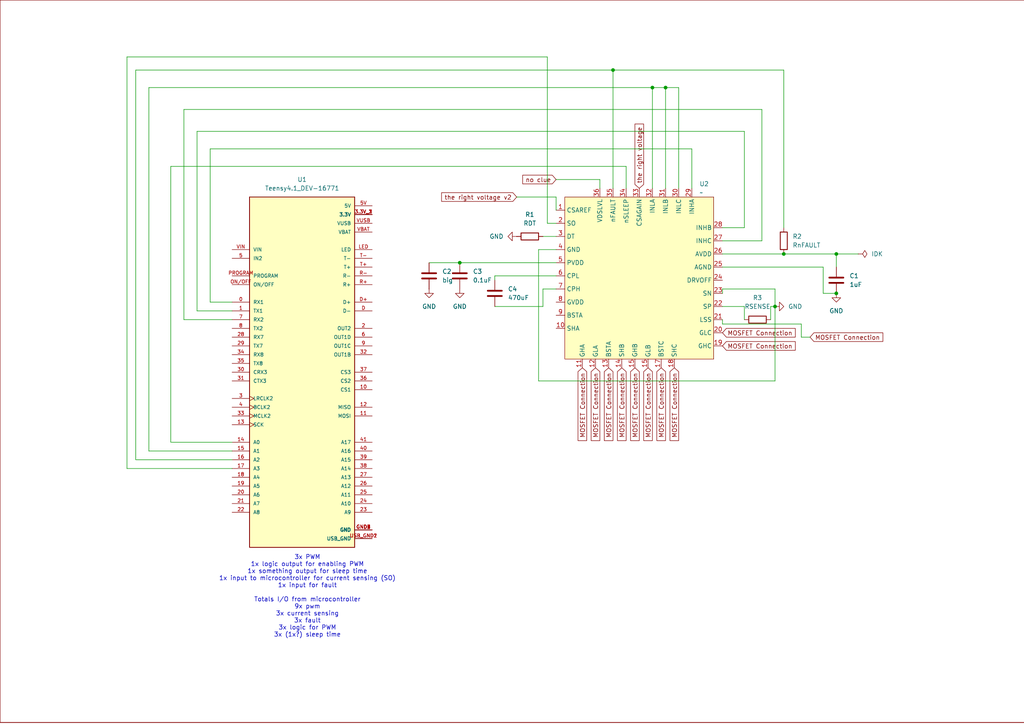
<source format=kicad_sch>
(kicad_sch (version 20231120) (generator "eeschema") (generator_version "8.0")
  (paper "A4")
  (lib_symbols
    (symbol "Device:C" (pin_numbers hide) (pin_names (offset 0.254))
      (property "Reference" "C" (at 0.635 2.54 0))
      (property "Value" "C" (at 0.635 -2.54 0))
      (symbol "C_0_1"
        (polyline (pts (xy -2.032 -0.762) (xy 2.032 -0.762)) (stroke (width 0.508)))
        (polyline (pts (xy -2.032 0.762) (xy 2.032 0.762)) (stroke (width 0.508)))
      )
      (symbol "C_1_1"
        (pin passive line (at 0 3.81 270) (length 2.794) (name "~") (number "1"))
        (pin passive line (at 0 -3.81 90) (length 2.794) (name "~") (number "2"))
      )
    )
    (symbol "Device:R" (pin_numbers hide) (pin_names (offset 0))
      (property "Reference" "R" (at 2.032 0 90))
      (property "Value" "R" (at 0 0 90))
      (symbol "R_0_1"
        (rectangle (start -1.016 -2.54) (end 1.016 2.54) (stroke (width 0.254)))
      )
      (symbol "R_1_1"
        (pin passive line (at 0 3.81 270) (length 1.27) (name "~") (number "1"))
        (pin passive line (at 0 -3.81 90) (length 1.27) (name "~") (number "2"))
      )
    )
    (symbol "MRDT_Devices:DRV8239"
      (property "Reference" "U" (at 0 -0.254 0))
      (symbol "DRV8239_0_1"
        (rectangle (start -21.59 22.86) (end 21.59 -24.13) (fill (type background)))
      )
      (symbol "DRV8239_1_1"
        (pin input line (at -24.13 19.05 0) (length 2.54) (name "CSAREF") (number "1"))
        (pin bidirectional line (at -24.13 -15.24 0) (length 2.54) (name "SHA") (number "10"))
        (pin output line (at -16.51 -26.67 90) (length 2.54) (name "GHA") (number "11"))
        (pin output line (at -12.7 -26.67 90) (length 2.54) (name "GLA") (number "12"))
        (pin output line (at -8.89 -26.67 90) (length 2.54) (name "BSTA") (number "13"))
        (pin bidirectional line (at -5.08 -26.67 90) (length 2.54) (name "SHB") (number "14"))
        (pin output line (at -1.27 -26.67 90) (length 2.54) (name "GHB") (number "15"))
        (pin output line (at 2.54 -26.67 90) (length 2.54) (name "GLB") (number "15"))
        (pin output line (at 6.35 -26.67 90) (length 2.54) (name "BSTC") (number "17"))
        (pin bidirectional line (at 10.16 -26.67 90) (length 2.54) (name "SHC") (number "18"))
        (pin output line (at 24.13 -20.32 180) (length 2.54) (name "GHC") (number "19"))
        (pin output line (at -24.13 15.24 0) (length 2.54) (name "SO") (number "2"))
        (pin output line (at 24.13 -16.51 180) (length 2.54) (name "GLC") (number "20"))
        (pin power_in line (at 24.13 -12.7 180) (length 2.54) (name "LSS") (number "21"))
        (pin input line (at 24.13 -8.89 180) (length 2.54) (name "SP") (number "22"))
        (pin input line (at 24.13 -5.08 180) (length 2.54) (name "SN") (number "23"))
        (pin input line (at 24.13 -1.27 180) (length 2.54) (name "DRVOFF") (number "24"))
        (pin power_in line (at 24.13 2.54 180) (length 2.54) (name "AGND") (number "25"))
        (pin power_out line (at 24.13 6.35 180) (length 2.54) (name "AVDD") (number "26"))
        (pin input line (at 24.13 10.16 180) (length 2.54) (name "INHC") (number "27"))
        (pin input line (at 24.13 13.97 180) (length 2.54) (name "INHB") (number "28"))
        (pin input line (at 15.24 25.4 270) (length 2.54) (name "INHA") (number "29"))
        (pin input line (at -24.13 11.43 0) (length 2.54) (name "DT") (number "3"))
        (pin input line (at 11.43 25.4 270) (length 2.54) (name "INLC") (number "30"))
        (pin input line (at 7.62 25.4 270) (length 2.54) (name "INLB") (number "31"))
        (pin input line (at 3.81 25.4 270) (length 2.54) (name "INLA") (number "32"))
        (pin input line (at 0 25.4 270) (length 2.54) (name "CSAGAIN") (number "33"))
        (pin input line (at -3.81 25.4 270) (length 2.54) (name "nSLEEP") (number "34"))
        (pin output line (at -7.62 25.4 270) (length 2.54) (name "nFAULT") (number "35"))
        (pin input line (at -11.43 25.4 270) (length 2.54) (name "VDSLVL") (number "36"))
        (pin power_in line (at -24.13 7.62 0) (length 2.54) (name "GND") (number "4"))
        (pin power_in line (at -24.13 3.81 0) (length 2.54) (name "PVDD") (number "5"))
        (pin power_in line (at -24.13 0 0) (length 2.54) (name "CPL") (number "6"))
        (pin power_in line (at -24.13 -3.81 0) (length 2.54) (name "CPH") (number "7"))
        (pin power_out line (at -24.13 -7.62 0) (length 2.54) (name "GVDD") (number "8"))
        (pin input line (at -24.13 -11.43 0) (length 2.54) (name "BSTA") (number "9"))
      )
    )
    (symbol "MRDT_Shields:Teensy4.1_DEV-16771" (pin_names (offset 1.016))
      (property "Reference" "U" (at -15.24 52.07 0))
      (property "Value" "Teensy4.1_DEV-16771" (at -15.24 -53.34 0))
      (symbol "Teensy4.1_DEV-16771_0_0"
        (rectangle (start -15.24 -50.8) (end 15.24 50.8) (stroke (width 0.254)) (fill (type background)))
        (pin bidirectional line (at -20.32 20.32 0) (length 5.08) (name "RX1") (number "0"))
        (pin bidirectional line (at -20.32 17.78 0) (length 5.08) (name "TX1") (number "1"))
        (pin bidirectional line (at 20.32 -5.08 180) (length 5.08) (name "CS1") (number "10"))
        (pin bidirectional line (at 20.32 -12.7 180) (length 5.08) (name "MOSI") (number "11"))
        (pin bidirectional line (at 20.32 -10.16 180) (length 5.08) (name "MISO") (number "12"))
        (pin bidirectional clock (at -20.32 -15.24 0) (length 5.08) (name "SCK") (number "13"))
        (pin bidirectional line (at -20.32 -20.32 0) (length 5.08) (name "A0") (number "14"))
        (pin bidirectional line (at -20.32 -22.86 0) (length 5.08) (name "A1") (number "15"))
        (pin bidirectional line (at -20.32 -25.4 0) (length 5.08) (name "A2") (number "16"))
        (pin bidirectional line (at -20.32 -27.94 0) (length 5.08) (name "A3") (number "17"))
        (pin bidirectional line (at -20.32 -30.48 0) (length 5.08) (name "A4") (number "18"))
        (pin bidirectional line (at -20.32 -33.02 0) (length 5.08) (name "A5") (number "19"))
        (pin output line (at 20.32 12.7 180) (length 5.08) (name "OUT2") (number "2"))
        (pin bidirectional line (at -20.32 -35.56 0) (length 5.08) (name "A6") (number "20"))
        (pin bidirectional line (at -20.32 -38.1 0) (length 5.08) (name "A7") (number "21"))
        (pin bidirectional line (at -20.32 -40.64 0) (length 5.08) (name "A8") (number "22"))
        (pin bidirectional line (at 20.32 -40.64 180) (length 5.08) (name "A9") (number "23"))
        (pin bidirectional line (at 20.32 -38.1 180) (length 5.08) (name "A10") (number "24"))
        (pin bidirectional line (at 20.32 -35.56 180) (length 5.08) (name "A11") (number "25"))
        (pin bidirectional line (at 20.32 -33.02 180) (length 5.08) (name "A12") (number "26"))
        (pin bidirectional line (at 20.32 -30.48 180) (length 5.08) (name "A13") (number "27"))
        (pin bidirectional line (at -20.32 10.16 0) (length 5.08) (name "RX7") (number "28"))
        (pin bidirectional line (at -20.32 7.62 0) (length 5.08) (name "TX7") (number "29"))
        (pin bidirectional clock (at -20.32 -7.62 0) (length 5.08) (name "LRCLK2") (number "3"))
        (pin power_in line (at 20.32 45.72 180) (length 5.08) (name "3.3V") (number "3.3V_1"))
        (pin power_in line (at 20.32 45.72 180) (length 5.08) (name "3.3V") (number "3.3V_2"))
        (pin power_in line (at 20.32 45.72 180) (length 5.08) (name "3.3V") (number "3.3V_3"))
        (pin bidirectional line (at -20.32 0 0) (length 5.08) (name "CRX3") (number "30"))
        (pin bidirectional line (at -20.32 -2.54 0) (length 5.08) (name "CTX3") (number "31"))
        (pin output line (at 20.32 5.08 180) (length 5.08) (name "OUT1B") (number "32"))
        (pin bidirectional clock (at -20.32 -12.7 0) (length 5.08) (name "MCLK2") (number "33"))
        (pin bidirectional line (at -20.32 5.08 0) (length 5.08) (name "RX8") (number "34"))
        (pin bidirectional line (at -20.32 2.54 0) (length 5.08) (name "TX8") (number "35"))
        (pin bidirectional line (at 20.32 -2.54 180) (length 5.08) (name "CS2") (number "36"))
        (pin bidirectional line (at 20.32 0 180) (length 5.08) (name "CS3") (number "37"))
        (pin bidirectional line (at 20.32 -27.94 180) (length 5.08) (name "A14") (number "38"))
        (pin bidirectional line (at 20.32 -25.4 180) (length 5.08) (name "A15") (number "39"))
        (pin bidirectional clock (at -20.32 -10.16 0) (length 5.08) (name "BCLK2") (number "4"))
        (pin bidirectional line (at 20.32 -22.86 180) (length 5.08) (name "A16") (number "40"))
        (pin bidirectional line (at 20.32 -20.32 180) (length 5.08) (name "A17") (number "41"))
        (pin bidirectional line (at -20.32 33.02 0) (length 5.08) (name "IN2") (number "5"))
        (pin power_in line (at 20.32 48.26 180) (length 5.08) (name "5V") (number "5V"))
        (pin output line (at 20.32 10.16 180) (length 5.08) (name "OUT1D") (number "6"))
        (pin bidirectional line (at -20.32 15.24 0) (length 5.08) (name "RX2") (number "7"))
        (pin bidirectional line (at -20.32 12.7 0) (length 5.08) (name "TX2") (number "8"))
        (pin output line (at 20.32 7.62 180) (length 5.08) (name "OUT1C") (number "9"))
        (pin bidirectional line (at 20.32 17.78 180) (length 5.08) (name "D-") (number "D"))
        (pin bidirectional line (at 20.32 20.32 180) (length 5.08) (name "D+") (number "D+"))
        (pin power_in line (at 20.32 -45.72 180) (length 5.08) (name "GND") (number "GND1"))
        (pin power_in line (at 20.32 -45.72 180) (length 5.08) (name "GND") (number "GND2"))
        (pin power_in line (at 20.32 -45.72 180) (length 5.08) (name "GND") (number "GND3"))
        (pin power_in line (at 20.32 -45.72 180) (length 5.08) (name "GND") (number "GND4"))
        (pin power_in line (at 20.32 -45.72 180) (length 5.08) (name "GND") (number "GND5"))
        (pin bidirectional line (at 20.32 35.56 180) (length 5.08) (name "LED") (number "LED"))
        (pin bidirectional line (at -20.32 25.4 0) (length 5.08) (name "ON/OFF") (number "ON/OFF"))
        (pin bidirectional line (at -20.32 27.94 0) (length 5.08) (name "PROGRAM") (number "PROGRAM"))
        (pin bidirectional line (at 20.32 25.4 180) (length 5.08) (name "R+") (number "R+"))
        (pin bidirectional line (at 20.32 27.94 180) (length 5.08) (name "R-") (number "R-"))
        (pin bidirectional line (at 20.32 30.48 180) (length 5.08) (name "T+") (number "T+"))
        (pin bidirectional line (at 20.32 33.02 180) (length 5.08) (name "T-") (number "T-"))
        (pin power_in line (at 20.32 -48.26 180) (length 5.08) (name "USB_GND") (number "USB_GND1"))
        (pin power_in line (at 20.32 -48.26 180) (length 5.08) (name "USB_GND") (number "USB_GND2"))
        (pin passive line (at 20.32 40.64 180) (length 5.08) (name "VBAT") (number "VBAT"))
        (pin input line (at -20.32 35.56 0) (length 5.08) (name "VIN") (number "VIN"))
        (pin passive line (at 20.32 43.18 180) (length 5.08) (name "VUSB") (number "VUSB"))
      )
    )
    (symbol "power:GND" (power) (pin_numbers hide) (pin_names (offset 0) hide)
      (property "Value" "GND" (at 0 -3.81 0))
      (symbol "GND_0_1"
        (polyline (pts (xy 0 0) (xy 0 -1.27) (xy 1.27 -1.27) (xy 0 -2.54) (xy -1.27 -1.27) (xy 0 -1.27)))
      )
      (symbol "GND_1_1"
        (pin power_in line (at 0 0 270) (length 0) (name "~") (number "1"))
      )
    )
    (symbol "power:PWR_FLAG" (power) (pin_numbers hide) (pin_names (offset 0) hide)
      (property "Value" "PWR_FLAG" (at 0 3.81 0))
      (symbol "PWR_FLAG_0_0"
        (pin power_out line (at 0 0 90) (length 0) (name "~") (number "1"))
      )
      (symbol "PWR_FLAG_0_1"
        (polyline (pts (xy 0 0) (xy 0 1.27) (xy -1.016 1.905) (xy 0 2.54) (xy 1.016 1.905) (xy 0 1.27)))
      )
    )
  )
  (junction (at 133.35 76.2))
  (junction (at 227.33 73.66))
  (junction (at 242.57 73.66))
  (junction (at 242.57 85.09))
  (junction (at 224.79 88.9))
  (junction (at 189.23 25.4))
  (junction (at 177.8 20.32))
  (junction (at 193.04 25.4))
  (wire (pts (xy 157.48 68.58) (xy 161.29 68.58)))
  (wire (pts (xy 242.57 73.66) (xy 248.92 73.66)))
  (wire (pts (xy 209.55 77.47) (xy 238.76 77.47)))
  (wire (pts (xy 223.52 88.9) (xy 224.79 88.9)))
  (wire (pts (xy 157.48 83.82) (xy 161.29 83.82)))
  (wire (pts (xy 209.55 83.82) (xy 224.79 83.82)))
  (wire (pts (xy 161.29 64.77) (xy 158.75 64.77)))
  (wire (pts (xy 39.37 20.32) (xy 39.37 133.35)))
  (wire (pts (xy 238.76 77.47) (xy 238.76 85.09)))
  (wire (pts (xy 227.33 20.32) (xy 177.8 20.32)))
  (wire (pts (xy 60.96 43.18) (xy 200.66 43.18)))
  (wire (pts (xy 200.66 43.18) (xy 200.66 54.61)))
  (wire (pts (xy 232.41 97.79) (xy 232.41 93.98)))
  (wire (pts (xy 67.31 130.81) (xy 43.18 130.81)))
  (wire (pts (xy 173.99 52.07) (xy 173.99 54.61)))
  (wire (pts (xy 133.35 76.2) (xy 161.29 76.2)))
  (wire (pts (xy 67.31 92.71) (xy 53.34 92.71)))
  (wire (pts (xy 196.85 25.4) (xy 193.04 25.4)))
  (wire (pts (xy 220.98 69.85) (xy 209.55 69.85)))
  (wire (pts (xy 43.18 130.81) (xy 43.18 25.4)))
  (wire (pts (xy 57.15 38.1) (xy 57.15 90.17)))
  (wire (pts (xy 215.9 66.04) (xy 215.9 38.1)))
  (wire (pts (xy 53.34 92.71) (xy 53.34 31.75)))
  (wire (pts (xy 161.29 80.01) (xy 143.51 80.01)))
  (wire (pts (xy 157.48 88.9) (xy 157.48 83.82)))
  (wire (pts (xy 209.55 66.04) (xy 215.9 66.04)))
  (wire (pts (xy 161.29 57.15) (xy 149.86 57.15)))
  (wire (pts (xy 227.33 66.04) (xy 227.33 20.32)))
  (wire (pts (xy 193.04 25.4) (xy 189.23 25.4)))
  (wire (pts (xy 238.76 85.09) (xy 242.57 85.09)))
  (wire (pts (xy 53.34 31.75) (xy 220.98 31.75)))
  (wire (pts (xy 181.61 54.61) (xy 181.61 48.26)))
  (wire (pts (xy 177.8 54.61) (xy 177.8 20.32)))
  (wire (pts (xy 36.83 16.51) (xy 36.83 135.89)))
  (wire (pts (xy 227.33 73.66) (xy 242.57 73.66)))
  (wire (pts (xy 215.9 38.1) (xy 57.15 38.1)))
  (wire (pts (xy 215.9 88.9) (xy 209.55 88.9)))
  (wire (pts (xy 193.04 54.61) (xy 193.04 25.4)))
  (wire (pts (xy 223.52 92.71) (xy 223.52 88.9)))
  (wire (pts (xy 161.29 60.96) (xy 161.29 57.15)))
  (wire (pts (xy 158.75 16.51) (xy 36.83 16.51)))
  (wire (pts (xy 36.83 135.89) (xy 67.31 135.89)))
  (wire (pts (xy 143.51 80.01) (xy 143.51 81.28)))
  (wire (pts (xy 156.21 72.39) (xy 156.21 110.49)))
  (wire (pts (xy 161.29 52.07) (xy 173.99 52.07)))
  (wire (pts (xy 181.61 48.26) (xy 49.53 48.26)))
  (wire (pts (xy 156.21 110.49) (xy 224.79 110.49)))
  (wire (pts (xy 124.46 76.2) (xy 133.35 76.2)))
  (wire (pts (xy 209.55 93.98) (xy 209.55 92.71)))
  (wire (pts (xy 209.55 83.82) (xy 209.55 85.09)))
  (wire (pts (xy 189.23 25.4) (xy 189.23 54.61)))
  (wire (pts (xy 49.53 128.27) (xy 67.31 128.27)))
  (wire (pts (xy 158.75 64.77) (xy 158.75 16.51)))
  (wire (pts (xy 209.55 93.98) (xy 232.41 93.98)))
  (wire (pts (xy 196.85 54.61) (xy 196.85 25.4)))
  (wire (pts (xy 161.29 72.39) (xy 156.21 72.39)))
  (wire (pts (xy 60.96 87.63) (xy 60.96 43.18)))
  (wire (pts (xy 49.53 48.26) (xy 49.53 128.27)))
  (wire (pts (xy 43.18 25.4) (xy 189.23 25.4)))
  (wire (pts (xy 143.51 88.9) (xy 157.48 88.9)))
  (wire (pts (xy 209.55 73.66) (xy 227.33 73.66)))
  (wire (pts (xy 234.95 97.79) (xy 232.41 97.79)))
  (wire (pts (xy 224.79 88.9) (xy 224.79 110.49)))
  (wire (pts (xy 67.31 87.63) (xy 60.96 87.63)))
  (wire (pts (xy 220.98 31.75) (xy 220.98 69.85)))
  (wire (pts (xy 177.8 20.32) (xy 39.37 20.32)))
  (wire (pts (xy 242.57 73.66) (xy 242.57 77.47)))
  (wire (pts (xy 39.37 133.35) (xy 67.31 133.35)))
  (wire (pts (xy 57.15 90.17) (xy 67.31 90.17)))
  (wire (pts (xy 215.9 92.71) (xy 215.9 88.9)))
  (wire (pts (xy 224.79 83.82) (xy 224.79 88.9)))
  (text "3x PWM\n1x logic output for enabling PWM\n1x something output for sleep time\n1x input to microcontroller for current sensing (SO)\n1x input for fault\n\nTotals I/O from microcontroller\n9x pwm\n3x current sensing\n3x fault\n3x logic for PWM\n3x (1x?) sleep time" (at 89.154 172.974 0) (effects (font (size 1.27 1.27))))
  (global_label "MOSFET Connection" (shape input) (at 168.91 106.68 270) (property "Intersheetrefs" "${INTERSHEET_REFS}" (effects (hide yes))))
  (global_label "MOSFET Connection" (shape input) (at 234.95 97.79 0) (property "Intersheetrefs" "${INTERSHEET_REFS}" (effects (hide yes))))
  (global_label "MOSFET Connection" (shape input) (at 191.77 106.68 270) (property "Intersheetrefs" "${INTERSHEET_REFS}" (effects (hide yes))))
  (global_label "MOSFET Connection" (shape input) (at 209.55 100.33 0) (property "Intersheetrefs" "${INTERSHEET_REFS}" (effects (hide yes))))
  (global_label "MOSFET Connection" (shape input) (at 172.72 106.68 270) (property "Intersheetrefs" "${INTERSHEET_REFS}" (effects (hide yes))))
  (global_label "MOSFET Connection" (shape input) (at 184.15 106.68 270) (property "Intersheetrefs" "${INTERSHEET_REFS}" (effects (hide yes))))
  (global_label "the right voltage" (shape input) (at 185.42 54.61 90) (property "Intersheetrefs" "${INTERSHEET_REFS}" (effects (hide yes))))
  (global_label "MOSFET Connection" (shape input) (at 187.96 106.68 270) (property "Intersheetrefs" "${INTERSHEET_REFS}" (effects (hide yes))))
  (global_label "MOSFET Connection" (shape input) (at 180.34 106.68 270) (property "Intersheetrefs" "${INTERSHEET_REFS}" (effects (hide yes))))
  (global_label "the right voltage v2" (shape input) (at 149.86 57.15 180) (property "Intersheetrefs" "${INTERSHEET_REFS}" (effects (hide yes))))
  (global_label "MOSFET Connection" (shape input) (at 209.55 96.52 0) (property "Intersheetrefs" "${INTERSHEET_REFS}" (effects (hide yes))))
  (global_label "MOSFET Connection" (shape input) (at 195.58 106.68 270) (property "Intersheetrefs" "${INTERSHEET_REFS}" (effects (hide yes))))
  (global_label "MOSFET Connection" (shape input) (at 176.53 106.68 270) (property "Intersheetrefs" "${INTERSHEET_REFS}" (effects (hide yes))))
  (global_label "no clue" (shape input) (at 161.29 52.07 180) (property "Intersheetrefs" "${INTERSHEET_REFS}" (effects (hide yes))))
  (symbol (lib_id "MRDT_Devices:DRV8239") (at 185.42 80.01 0) (unit 1)
    (property "Reference" "U2" (at 202.8541 53.34 0) (effects (justify left)))
    (property "Value" "~" (at 202.8541 55.88 0) (effects (justify left)))
  )
  (symbol (lib_id "Device:C") (at 124.46 80.01 0) (unit 1)
    (property "Reference" "C2" (at 128.27 78.7399 0) (effects (justify left)))
    (property "Value" "big" (at 128.27 81.2799 0) (effects (justify left)))
    (property "Description" "Unpolarized capacitor" (effects (hide yes)))
  )
  (symbol (lib_id "Device:R") (at 227.33 69.85 0) (unit 1)
    (property "Reference" "R2" (at 229.87 68.5799 0) (effects (justify left)))
    (property "Value" "RnFAULT" (at 229.87 71.1199 0) (effects (justify left)))
    (property "Description" "Resistor" (effects (hide yes)))
  )
  (symbol (lib_id "power:GND") (at 224.79 88.9 90) (unit 1)
    (property "Reference" "#PWR05" (effects (hide yes)))
    (property "Value" "GND" (at 228.6 88.8999 90) (effects (justify right)))
    (property "Description" "Power symbol creates a global label with name \"GND\" , ground" (effects (hide yes)))
  )
  (symbol (lib_id "Device:C") (at 143.51 85.09 0) (unit 1)
    (property "Reference" "C4" (at 147.32 83.8199 0) (effects (justify left)))
    (property "Value" "470uF" (at 147.32 86.3599 0) (effects (justify left)))
    (property "Description" "Unpolarized capacitor" (effects (hide yes)))
  )
  (symbol (lib_id "Device:C") (at 133.35 80.01 0) (unit 1)
    (property "Reference" "C3" (at 137.16 78.7399 0) (effects (justify left)))
    (property "Value" "0.1uF" (at 137.16 81.2799 0) (effects (justify left)))
    (property "Description" "Unpolarized capacitor" (effects (hide yes)))
  )
  (symbol (lib_id "power:GND") (at 149.86 68.58 270) (unit 1)
    (property "Reference" "#PWR04" (effects (hide yes)))
    (property "Value" "GND" (at 146.05 68.5799 90) (effects (justify right)))
    (property "Description" "Power symbol creates a global label with name \"GND\" , ground" (effects (hide yes)))
  )
  (symbol (lib_id "Device:R") (at 153.67 68.58 90) (unit 1)
    (property "Reference" "R1" (at 153.67 62.23 90))
    (property "Value" "RDT" (at 153.67 64.77 90))
    (property "Description" "Resistor" (effects (hide yes)))
  )
  (symbol (lib_id "Device:C") (at 242.57 81.28 0) (unit 1)
    (property "Reference" "C1" (at 246.38 80.0099 0) (effects (justify left)))
    (property "Value" "1uF" (at 246.38 82.5499 0) (effects (justify left)))
    (property "Description" "Unpolarized capacitor" (effects (hide yes)))
  )
  (symbol (lib_id "power:GND") (at 133.35 83.82 0) (unit 1)
    (property "Reference" "#PWR02" (effects (hide yes)))
    (property "Value" "GND" (at 133.35 88.9 0))
    (property "Description" "Power symbol creates a global label with name \"GND\" , ground" (effects (hide yes)))
  )
  (symbol (lib_id "power:GND") (at 124.46 83.82 0) (unit 1)
    (property "Reference" "#PWR01" (effects (hide yes)))
    (property "Value" "GND" (at 124.46 88.9 0))
    (property "Description" "Power symbol creates a global label with name \"GND\" , ground" (effects (hide yes)))
  )
  (symbol (lib_id "power:GND") (at 242.57 85.09 0) (unit 1)
    (property "Reference" "#PWR03" (effects (hide yes)))
    (property "Value" "GND" (at 242.57 90.17 0))
    (property "Description" "Power symbol creates a global label with name \"GND\" , ground" (effects (hide yes)))
  )
  (symbol (lib_id "MRDT_Shields:Teensy4.1_DEV-16771") (at 87.63 107.95 0) (unit 1)
    (property "Reference" "U1" (at 87.63 52.07 0))
    (property "Value" "Teensy4.1_DEV-16771" (at 87.63 54.61 0))
    (property "Footprint" "MODULE_DEV-16771" (effects (hide yes)))
    (property "STANDARD" "Manufacturer recommendations" (effects (hide yes)))
    (property "MAXIMUM_PACKAGE_HEIGHT" "4.07mm" (effects (hide yes)))
    (property "MANUFACTURER" "SparkFun Electronics" (effects (hide yes)))
    (property "PARTREV" "4.1" (effects (hide yes)))
  )
  (symbol (lib_id "power:PWR_FLAG") (at 248.92 73.66 270) (unit 1)
    (property "Reference" "#FLG01" (effects (hide yes)))
    (property "Value" "IDK" (at 252.73 73.6599 90) (effects (justify left)))
    (property "Description" "Special symbol for telling ERC where power comes from" (effects (hide yes)))
  )
  (symbol (lib_id "Device:R") (at 219.71 92.71 270) (unit 1)
    (property "Reference" "R3" (at 219.71 86.36 90))
    (property "Value" "RSENSE" (at 219.71 88.9 90))
    (property "Description" "Resistor" (effects (hide yes)))
  )
  (sheet (at 0 0) (size 297.18 209.55) (stroke (width 0.1524))
    (property "Sheetname" "v2" (at 0 -0.7116 0) (effects (justify left bottom)))
    (property "Sheetfile" "untitled.kicad_sch" (at 0 210.1346 0) (effects (justify left top)))
  )
)
</source>
